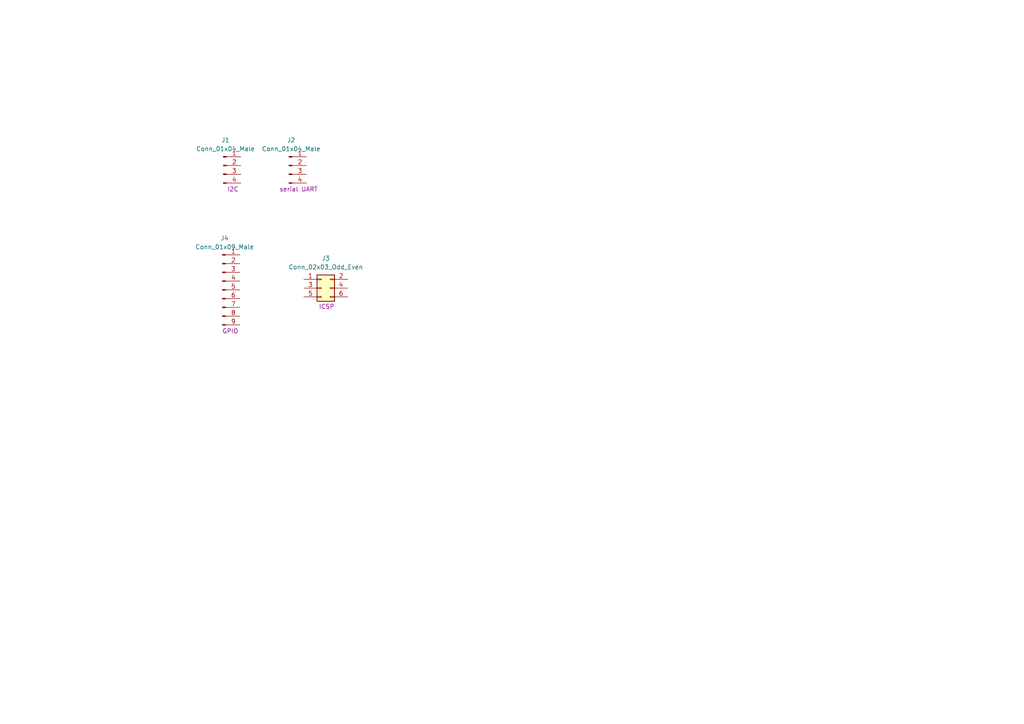
<source format=kicad_sch>
(kicad_sch (version 20211123) (generator eeschema)
  (paper "A4")
  (lib_symbols
    (symbol "Connector:Conn_01x04_Male" (pin_names (offset 1.016) hide)
      (property "Reference" "J" (at 0 5.08 0))
      (property "Value" "Conn_01x04_Male" (at 0 -7.62 0))
      (symbol "Conn_01x04_Male_1_1"
        (polyline (pts (xy 1.27 -5.08) (xy 0.8636 -5.08)) (stroke (width 0.1524)))
        (polyline (pts (xy 1.27 -2.54) (xy 0.8636 -2.54)) (stroke (width 0.1524)))
        (polyline (pts (xy 1.27 0) (xy 0.8636 0)) (stroke (width 0.1524)))
        (polyline (pts (xy 1.27 2.54) (xy 0.8636 2.54)) (stroke (width 0.1524)))
        (rectangle (start 0.8636 -4.953) (end 0 -5.207) (stroke (width 0.1524)) (fill (type outline)))
        (rectangle (start 0.8636 -2.413) (end 0 -2.667) (stroke (width 0.1524)) (fill (type outline)))
        (rectangle (start 0.8636 0.127) (end 0 -0.127) (stroke (width 0.1524)) (fill (type outline)))
        (rectangle (start 0.8636 2.667) (end 0 2.413) (stroke (width 0.1524)) (fill (type outline)))
        (pin passive line (at 5.08 2.54 180) (length 3.81) (name "Pin_1") (number "1"))
        (pin passive line (at 5.08 0 180) (length 3.81) (name "Pin_2") (number "2"))
        (pin passive line (at 5.08 -2.54 180) (length 3.81) (name "Pin_3") (number "3"))
        (pin passive line (at 5.08 -5.08 180) (length 3.81) (name "Pin_4") (number "4"))
      )
    )
    (symbol "Connector:Conn_01x09_Male" (pin_names (offset 1.016) hide)
      (property "Reference" "J" (at 0 12.7 0))
      (property "Value" "Conn_01x09_Male" (at 0 -12.7 0))
      (symbol "Conn_01x09_Male_1_1"
        (polyline (pts (xy 1.27 -10.16) (xy 0.8636 -10.16)) (stroke (width 0.1524)))
        (polyline (pts (xy 1.27 -7.62) (xy 0.8636 -7.62)) (stroke (width 0.1524)))
        (polyline (pts (xy 1.27 -5.08) (xy 0.8636 -5.08)) (stroke (width 0.1524)))
        (polyline (pts (xy 1.27 -2.54) (xy 0.8636 -2.54)) (stroke (width 0.1524)))
        (polyline (pts (xy 1.27 0) (xy 0.8636 0)) (stroke (width 0.1524)))
        (polyline (pts (xy 1.27 2.54) (xy 0.8636 2.54)) (stroke (width 0.1524)))
        (polyline (pts (xy 1.27 5.08) (xy 0.8636 5.08)) (stroke (width 0.1524)))
        (polyline (pts (xy 1.27 7.62) (xy 0.8636 7.62)) (stroke (width 0.1524)))
        (polyline (pts (xy 1.27 10.16) (xy 0.8636 10.16)) (stroke (width 0.1524)))
        (rectangle (start 0.8636 -10.033) (end 0 -10.287) (stroke (width 0.1524)) (fill (type outline)))
        (rectangle (start 0.8636 -7.493) (end 0 -7.747) (stroke (width 0.1524)) (fill (type outline)))
        (rectangle (start 0.8636 -4.953) (end 0 -5.207) (stroke (width 0.1524)) (fill (type outline)))
        (rectangle (start 0.8636 -2.413) (end 0 -2.667) (stroke (width 0.1524)) (fill (type outline)))
        (rectangle (start 0.8636 0.127) (end 0 -0.127) (stroke (width 0.1524)) (fill (type outline)))
        (rectangle (start 0.8636 2.667) (end 0 2.413) (stroke (width 0.1524)) (fill (type outline)))
        (rectangle (start 0.8636 5.207) (end 0 4.953) (stroke (width 0.1524)) (fill (type outline)))
        (rectangle (start 0.8636 7.747) (end 0 7.493) (stroke (width 0.1524)) (fill (type outline)))
        (rectangle (start 0.8636 10.287) (end 0 10.033) (stroke (width 0.1524)) (fill (type outline)))
        (pin passive line (at 5.08 10.16 180) (length 3.81) (name "Pin_1") (number "1"))
        (pin passive line (at 5.08 7.62 180) (length 3.81) (name "Pin_2") (number "2"))
        (pin passive line (at 5.08 5.08 180) (length 3.81) (name "Pin_3") (number "3"))
        (pin passive line (at 5.08 2.54 180) (length 3.81) (name "Pin_4") (number "4"))
        (pin passive line (at 5.08 0 180) (length 3.81) (name "Pin_5") (number "5"))
        (pin passive line (at 5.08 -2.54 180) (length 3.81) (name "Pin_6") (number "6"))
        (pin passive line (at 5.08 -5.08 180) (length 3.81) (name "Pin_7") (number "7"))
        (pin passive line (at 5.08 -7.62 180) (length 3.81) (name "Pin_8") (number "8"))
        (pin passive line (at 5.08 -10.16 180) (length 3.81) (name "Pin_9") (number "9"))
      )
    )
    (symbol "Connector_Generic:Conn_02x03_Odd_Even" (pin_names (offset 1.016) hide)
      (property "Reference" "J" (at 1.27 5.08 0))
      (property "Value" "Conn_02x03_Odd_Even" (at 1.27 -5.08 0))
      (symbol "Conn_02x03_Odd_Even_1_1"
        (rectangle (start -1.27 -2.413) (end 0 -2.667) (stroke (width 0.1524)))
        (rectangle (start -1.27 0.127) (end 0 -0.127) (stroke (width 0.1524)))
        (rectangle (start -1.27 2.667) (end 0 2.413) (stroke (width 0.1524)))
        (rectangle (start -1.27 3.81) (end 3.81 -3.81) (stroke (width 0.254)) (fill (type background)))
        (rectangle (start 3.81 -2.413) (end 2.54 -2.667) (stroke (width 0.1524)))
        (rectangle (start 3.81 0.127) (end 2.54 -0.127) (stroke (width 0.1524)))
        (rectangle (start 3.81 2.667) (end 2.54 2.413) (stroke (width 0.1524)))
        (pin passive line (at -5.08 2.54 0) (length 3.81) (name "Pin_1") (number "1"))
        (pin passive line (at 7.62 2.54 180) (length 3.81) (name "Pin_2") (number "2"))
        (pin passive line (at -5.08 0 0) (length 3.81) (name "Pin_3") (number "3"))
        (pin passive line (at 7.62 0 180) (length 3.81) (name "Pin_4") (number "4"))
        (pin passive line (at -5.08 -2.54 0) (length 3.81) (name "Pin_5") (number "5"))
        (pin passive line (at 7.62 -2.54 180) (length 3.81) (name "Pin_6") (number "6"))
      )
    )
  )
  (symbol (lib_id "Connector:Conn_01x04_Male") (at 83.82 48.006 0) (unit 1)
    (property "Reference" "J2" (at 84.455 40.64 0))
    (property "Value" "Conn_01x04_Male" (at 84.455 43.18 0))
    (property "purpose" "serial UART" (at 86.614 54.864 0))
  )
  (symbol (lib_id "Connector:Conn_01x04_Male") (at 64.77 48.006 0) (unit 1)
    (property "Reference" "J1" (at 65.405 40.64 0))
    (property "Value" "Conn_01x04_Male" (at 65.405 43.18 0))
    (property "purpose" "I2C" (at 67.564 54.864 0))
  )
  (symbol (lib_id "Connector_Generic:Conn_02x03_Odd_Even") (at 93.218 83.566 0) (unit 1)
    (property "Reference" "J3" (at 94.488 74.93 0))
    (property "Value" "Conn_02x03_Odd_Even" (at 94.488 77.47 0))
    (property "purpose" "ICSP" (at 94.742 88.9 0))
  )
  (symbol (lib_id "Connector:Conn_01x09_Male") (at 64.516 84.074 0) (unit 1)
    (property "Reference" "J4" (at 65.151 69.088 0))
    (property "Value" "Conn_01x09_Male" (at 65.151 71.628 0))
    (property "purpose" "GPIO" (at 66.802 96.012 0))
  )
)
</source>
